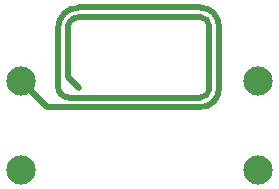
<source format=gbr>
%TF.GenerationSoftware,KiCad,Pcbnew,8.0.0*%
%TF.CreationDate,2024-05-01T17:20:29-04:00*%
%TF.ProjectId,planar_transformer_v2,706c616e-6172-45f7-9472-616e73666f72,rev?*%
%TF.SameCoordinates,Original*%
%TF.FileFunction,Copper,L2,Inr*%
%TF.FilePolarity,Positive*%
%FSLAX46Y46*%
G04 Gerber Fmt 4.6, Leading zero omitted, Abs format (unit mm)*
G04 Created by KiCad (PCBNEW 8.0.0) date 2024-05-01 17:20:29*
%MOMM*%
%LPD*%
G01*
G04 APERTURE LIST*
%TA.AperFunction,ComponentPad*%
%ADD10C,2.476500*%
%TD*%
%TA.AperFunction,ViaPad*%
%ADD11C,0.500000*%
%TD*%
%TA.AperFunction,Conductor*%
%ADD12C,0.520000*%
%TD*%
G04 APERTURE END LIST*
D10*
%TO.N,Net-(J1-Pin_1)*%
%TO.C,J1*%
X121590400Y-101498400D03*
X121590400Y-93998400D03*
%TO.N,Net-(J1-Pin_3)*%
X141630400Y-93998400D03*
X141630400Y-101498400D03*
%TD*%
D11*
%TO.N,Net-(J1-Pin_1)*%
X126441200Y-94564200D03*
%TD*%
D12*
%TO.N,Net-(J1-Pin_1)*%
X125627400Y-95372800D02*
X136747400Y-95372800D01*
X137515600Y-94604600D02*
X137515600Y-89318660D01*
X138325800Y-94614400D02*
X138325800Y-89328200D01*
X136766740Y-88569800D02*
X126447400Y-88569800D01*
X126444400Y-96189800D02*
X126447400Y-96192800D01*
X125524200Y-93647200D02*
X126441200Y-94564200D01*
X124704200Y-89493000D02*
X124704200Y-94449600D01*
X125524200Y-89493000D02*
X125524200Y-93647200D01*
X121590400Y-93998400D02*
X123781800Y-96189800D01*
X123781800Y-96189800D02*
X126444400Y-96189800D01*
X126447400Y-96192800D02*
X136747400Y-96192800D01*
X136747400Y-87749800D02*
X126447400Y-87749800D01*
X136747400Y-96192800D02*
G75*
G03*
X138325800Y-94614400I0J1578400D01*
G01*
X126447400Y-87749800D02*
G75*
G03*
X124704200Y-89493000I0J-1743200D01*
G01*
X124704200Y-94449600D02*
G75*
G03*
X125627400Y-95372800I923200J0D01*
G01*
X126447400Y-88569800D02*
G75*
G03*
X125524200Y-89493000I0J-923200D01*
G01*
X138325800Y-89328200D02*
G75*
G03*
X136747400Y-87749800I-1578400J0D01*
G01*
X137515600Y-89318660D02*
G75*
G03*
X136766740Y-88569800I-748900J-40D01*
G01*
X136747400Y-95372800D02*
G75*
G03*
X137515600Y-94604600I0J768200D01*
G01*
%TD*%
M02*

</source>
